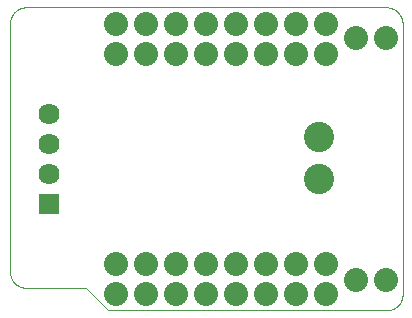
<source format=gbs>
G75*
%MOIN*%
%OFA0B0*%
%FSLAX25Y25*%
%IPPOS*%
%LPD*%
%AMOC8*
5,1,8,0,0,1.08239X$1,22.5*
%
%ADD10C,0.00100*%
%ADD11C,0.08000*%
%ADD12R,0.07025X0.07025*%
%ADD13C,0.07025*%
%ADD14C,0.10100*%
D10*
X0011500Y0013500D02*
X0031500Y0013500D01*
X0038750Y0006000D01*
X0131750Y0006000D01*
X0131895Y0006006D01*
X0132041Y0006015D01*
X0132186Y0006028D01*
X0132330Y0006045D01*
X0132474Y0006067D01*
X0132618Y0006091D01*
X0132761Y0006120D01*
X0132902Y0006153D01*
X0133043Y0006189D01*
X0133183Y0006230D01*
X0133322Y0006274D01*
X0133460Y0006322D01*
X0133596Y0006373D01*
X0133730Y0006428D01*
X0133864Y0006487D01*
X0133995Y0006550D01*
X0134125Y0006616D01*
X0134253Y0006685D01*
X0134379Y0006758D01*
X0134503Y0006834D01*
X0134625Y0006914D01*
X0134745Y0006997D01*
X0134862Y0007083D01*
X0134977Y0007172D01*
X0135090Y0007264D01*
X0135200Y0007360D01*
X0135307Y0007458D01*
X0135412Y0007559D01*
X0135514Y0007663D01*
X0135613Y0007770D01*
X0135709Y0007879D01*
X0135802Y0007991D01*
X0135892Y0008105D01*
X0135979Y0008222D01*
X0136063Y0008341D01*
X0136144Y0008462D01*
X0136221Y0008586D01*
X0136295Y0008711D01*
X0136365Y0008839D01*
X0136432Y0008968D01*
X0136495Y0009099D01*
X0136555Y0009232D01*
X0136612Y0009366D01*
X0136664Y0009502D01*
X0136713Y0009639D01*
X0136758Y0009777D01*
X0136799Y0009917D01*
X0136837Y0010058D01*
X0136871Y0010199D01*
X0136901Y0010342D01*
X0136927Y0010485D01*
X0136949Y0010629D01*
X0136967Y0010773D01*
X0136982Y0010918D01*
X0136992Y0011063D01*
X0136998Y0011209D01*
X0137001Y0011354D01*
X0137000Y0011500D01*
X0137000Y0101500D01*
X0137001Y0101500D02*
X0136997Y0101648D01*
X0136989Y0101795D01*
X0136978Y0101943D01*
X0136962Y0102090D01*
X0136943Y0102237D01*
X0136920Y0102384D01*
X0136893Y0102529D01*
X0136862Y0102674D01*
X0136827Y0102818D01*
X0136788Y0102961D01*
X0136746Y0103103D01*
X0136700Y0103243D01*
X0136650Y0103383D01*
X0136596Y0103521D01*
X0136539Y0103657D01*
X0136478Y0103792D01*
X0136413Y0103926D01*
X0136345Y0104057D01*
X0136274Y0104187D01*
X0136199Y0104315D01*
X0136120Y0104441D01*
X0136039Y0104564D01*
X0135954Y0104685D01*
X0135866Y0104805D01*
X0135775Y0104921D01*
X0135680Y0105035D01*
X0135583Y0105147D01*
X0135483Y0105256D01*
X0135380Y0105362D01*
X0135274Y0105466D01*
X0135165Y0105567D01*
X0135054Y0105664D01*
X0134940Y0105759D01*
X0134824Y0105851D01*
X0134705Y0105939D01*
X0134584Y0106025D01*
X0134461Y0106107D01*
X0134336Y0106186D01*
X0134208Y0106261D01*
X0134079Y0106333D01*
X0133947Y0106402D01*
X0133814Y0106467D01*
X0133680Y0106528D01*
X0133543Y0106586D01*
X0133405Y0106640D01*
X0133266Y0106691D01*
X0133126Y0106738D01*
X0132984Y0106781D01*
X0132841Y0106820D01*
X0132697Y0106856D01*
X0132553Y0106887D01*
X0132407Y0106915D01*
X0132261Y0106939D01*
X0132114Y0106959D01*
X0131967Y0106975D01*
X0131820Y0106987D01*
X0131672Y0106995D01*
X0131524Y0106999D01*
X0131375Y0107000D01*
X0011375Y0107000D01*
X0011229Y0106992D01*
X0011083Y0106979D01*
X0010937Y0106963D01*
X0010792Y0106943D01*
X0010647Y0106918D01*
X0010503Y0106891D01*
X0010360Y0106859D01*
X0010218Y0106823D01*
X0010077Y0106784D01*
X0009937Y0106741D01*
X0009798Y0106694D01*
X0009660Y0106643D01*
X0009524Y0106589D01*
X0009389Y0106532D01*
X0009256Y0106470D01*
X0009125Y0106405D01*
X0008995Y0106337D01*
X0008867Y0106265D01*
X0008741Y0106190D01*
X0008617Y0106112D01*
X0008496Y0106030D01*
X0008376Y0105945D01*
X0008259Y0105857D01*
X0008144Y0105766D01*
X0008032Y0105672D01*
X0007922Y0105575D01*
X0007815Y0105475D01*
X0007710Y0105372D01*
X0007609Y0105266D01*
X0007510Y0105158D01*
X0007414Y0105047D01*
X0007321Y0104934D01*
X0007231Y0104818D01*
X0007144Y0104700D01*
X0007061Y0104580D01*
X0006980Y0104457D01*
X0006903Y0104332D01*
X0006830Y0104206D01*
X0006759Y0104077D01*
X0006692Y0103946D01*
X0006629Y0103814D01*
X0006569Y0103680D01*
X0006513Y0103545D01*
X0006460Y0103408D01*
X0006411Y0103270D01*
X0006366Y0103131D01*
X0006324Y0102990D01*
X0006287Y0102849D01*
X0006253Y0102706D01*
X0006222Y0102563D01*
X0006196Y0102418D01*
X0006174Y0102273D01*
X0006155Y0102128D01*
X0006140Y0101982D01*
X0006129Y0101836D01*
X0006122Y0101690D01*
X0006119Y0101543D01*
X0006120Y0101396D01*
X0006125Y0101250D01*
X0006125Y0018750D01*
X0006124Y0018750D02*
X0006128Y0018607D01*
X0006136Y0018463D01*
X0006147Y0018320D01*
X0006162Y0018176D01*
X0006181Y0018034D01*
X0006204Y0017892D01*
X0006231Y0017750D01*
X0006262Y0017610D01*
X0006296Y0017470D01*
X0006335Y0017331D01*
X0006377Y0017194D01*
X0006422Y0017057D01*
X0006472Y0016922D01*
X0006525Y0016789D01*
X0006581Y0016656D01*
X0006642Y0016526D01*
X0006705Y0016397D01*
X0006773Y0016269D01*
X0006843Y0016144D01*
X0006917Y0016020D01*
X0006994Y0015899D01*
X0007075Y0015780D01*
X0007159Y0015663D01*
X0007245Y0015548D01*
X0007335Y0015436D01*
X0007428Y0015326D01*
X0007524Y0015219D01*
X0007623Y0015114D01*
X0007725Y0015012D01*
X0007829Y0014913D01*
X0007936Y0014817D01*
X0008045Y0014723D01*
X0008157Y0014633D01*
X0008272Y0014546D01*
X0008388Y0014462D01*
X0008507Y0014381D01*
X0008628Y0014303D01*
X0008752Y0014229D01*
X0008877Y0014158D01*
X0009004Y0014090D01*
X0009133Y0014026D01*
X0009263Y0013965D01*
X0009395Y0013908D01*
X0009529Y0013855D01*
X0009664Y0013805D01*
X0009800Y0013759D01*
X0009937Y0013716D01*
X0010076Y0013677D01*
X0010216Y0013642D01*
X0010356Y0013611D01*
X0010497Y0013584D01*
X0010639Y0013560D01*
X0010782Y0013541D01*
X0010925Y0013525D01*
X0011068Y0013513D01*
X0011212Y0013505D01*
X0011356Y0013501D01*
X0011500Y0013500D01*
D11*
X0041500Y0011500D03*
X0051500Y0011500D03*
X0061500Y0011500D03*
X0071500Y0011500D03*
X0081500Y0011500D03*
X0091500Y0011500D03*
X0101500Y0011500D03*
X0111500Y0011500D03*
X0121500Y0016250D03*
X0131500Y0016250D03*
X0111500Y0021500D03*
X0101500Y0021500D03*
X0091500Y0021500D03*
X0081500Y0021500D03*
X0071500Y0021500D03*
X0061500Y0021500D03*
X0051500Y0021500D03*
X0041500Y0021500D03*
X0041500Y0091500D03*
X0051500Y0091500D03*
X0061500Y0091500D03*
X0071500Y0091500D03*
X0081500Y0091500D03*
X0091500Y0091500D03*
X0101500Y0091500D03*
X0111500Y0091500D03*
X0121500Y0096750D03*
X0131500Y0096750D03*
X0111500Y0101500D03*
X0101500Y0101500D03*
X0091500Y0101500D03*
X0081500Y0101500D03*
X0071500Y0101500D03*
X0061500Y0101500D03*
X0051500Y0101500D03*
X0041500Y0101500D03*
D12*
X0019000Y0041500D03*
D13*
X0019000Y0051500D03*
X0019000Y0061500D03*
X0019000Y0071500D03*
D14*
X0109000Y0063587D03*
X0109000Y0049807D03*
M02*

</source>
